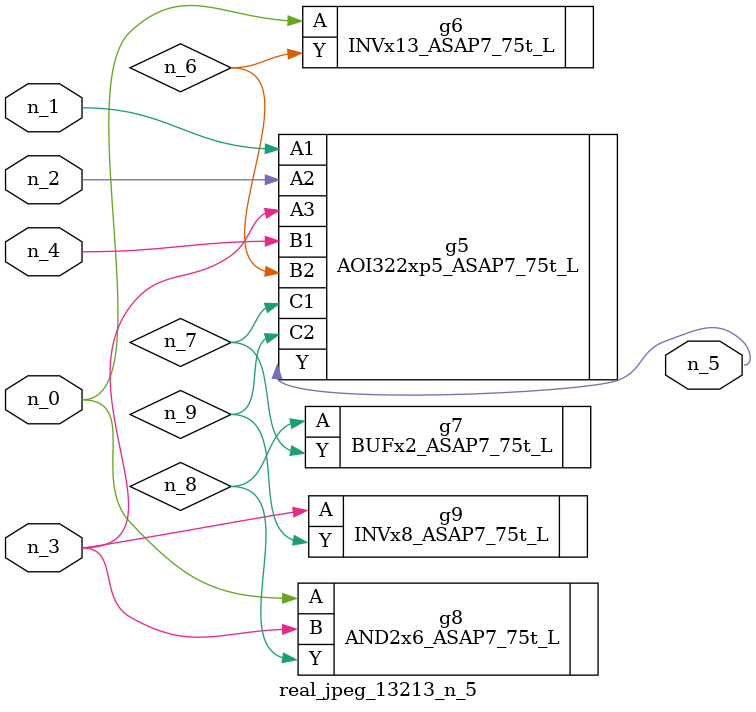
<source format=v>
module real_jpeg_13213_n_5 (n_4, n_0, n_1, n_2, n_3, n_5);

input n_4;
input n_0;
input n_1;
input n_2;
input n_3;

output n_5;

wire n_8;
wire n_6;
wire n_7;
wire n_9;

INVx13_ASAP7_75t_L g6 ( 
.A(n_0),
.Y(n_6)
);

AND2x6_ASAP7_75t_L g8 ( 
.A(n_0),
.B(n_3),
.Y(n_8)
);

AOI322xp5_ASAP7_75t_L g5 ( 
.A1(n_1),
.A2(n_2),
.A3(n_3),
.B1(n_4),
.B2(n_6),
.C1(n_7),
.C2(n_9),
.Y(n_5)
);

INVx8_ASAP7_75t_L g9 ( 
.A(n_3),
.Y(n_9)
);

BUFx2_ASAP7_75t_L g7 ( 
.A(n_8),
.Y(n_7)
);


endmodule
</source>
